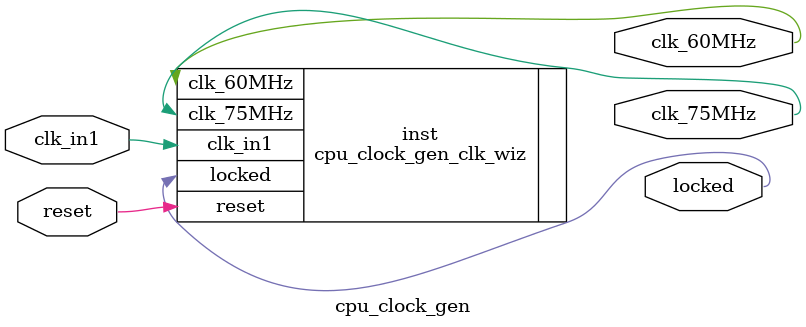
<source format=v>


`timescale 1ps/1ps

(* CORE_GENERATION_INFO = "cpu_clock_gen,clk_wiz_v6_0_2_0_0,{component_name=cpu_clock_gen,use_phase_alignment=true,use_min_o_jitter=false,use_max_i_jitter=false,use_dyn_phase_shift=false,use_inclk_switchover=false,use_dyn_reconfig=false,enable_axi=0,feedback_source=FDBK_AUTO,PRIMITIVE=MMCM,num_out_clk=2,clkin1_period=8.000,clkin2_period=10.000,use_power_down=false,use_reset=true,use_locked=true,use_inclk_stopped=false,feedback_type=SINGLE,CLOCK_MGR_TYPE=NA,manual_override=false}" *)

module cpu_clock_gen 
 (
  // Clock out ports
  output        clk_60MHz,
  output        clk_75MHz,
  // Status and control signals
  input         reset,
  output        locked,
 // Clock in ports
  input         clk_in1
 );

  cpu_clock_gen_clk_wiz inst
  (
  // Clock out ports  
  .clk_60MHz(clk_60MHz),
  .clk_75MHz(clk_75MHz),
  // Status and control signals               
  .reset(reset), 
  .locked(locked),
 // Clock in ports
  .clk_in1(clk_in1)
  );

endmodule

</source>
